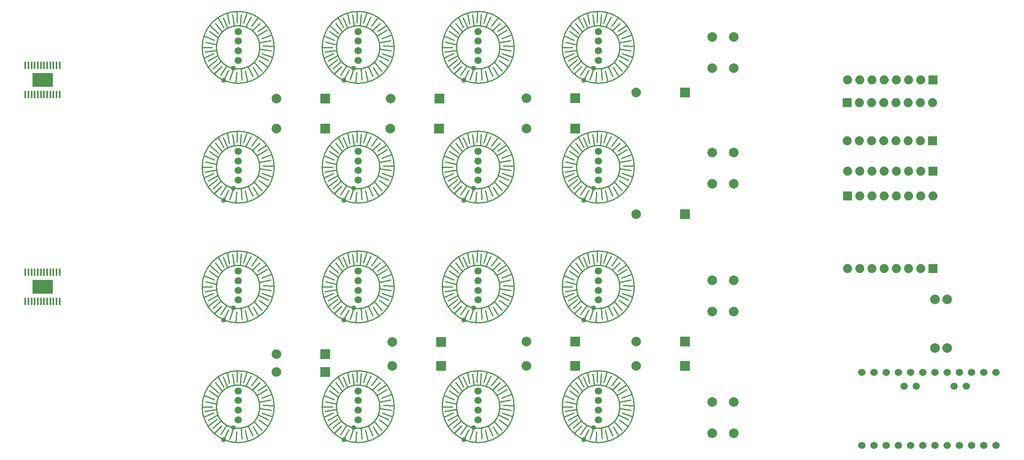
<source format=gtl>
G04 #@! TF.FileFunction,Copper,L1,Top,Signal*
%FSLAX46Y46*%
G04 Gerber Fmt 4.6, Leading zero omitted, Abs format (unit mm)*
G04 Created by KiCad (PCBNEW 4.0.4-stable) date 11/17/16 16:54:24*
%MOMM*%
%LPD*%
G01*
G04 APERTURE LIST*
%ADD10C,0.100000*%
%ADD11C,0.254000*%
%ADD12C,1.508000*%
%ADD13C,1.016000*%
%ADD14C,1.998980*%
%ADD15R,1.998980X1.998980*%
%ADD16R,1.879600X1.879600*%
%ADD17C,1.879600*%
%ADD18C,2.000000*%
%ADD19R,0.400000X1.650000*%
%ADD20R,4.320000X3.000000*%
%ADD21C,1.524000*%
%ADD22C,1.500000*%
G04 APERTURE END LIST*
D10*
D11*
X120760000Y-96090000D02*
X121520000Y-93720000D01*
X121990000Y-96770000D02*
X122130000Y-94480000D01*
X123250000Y-96060000D02*
X123100000Y-93760000D01*
X123970000Y-94190000D02*
X124480000Y-96470000D01*
X125520000Y-95310000D02*
X124580000Y-93310000D01*
X126780000Y-95420000D02*
X125630000Y-93470000D01*
X125840000Y-92350000D02*
X127420000Y-94220000D01*
X126870000Y-92060000D02*
X128720000Y-93400000D01*
X128810000Y-92040000D02*
X126750000Y-91050000D01*
X127450000Y-90590000D02*
X129630000Y-91350000D01*
X129340000Y-90010000D02*
X127010000Y-89660000D01*
X127710000Y-89010000D02*
X129940000Y-89080000D01*
X129260000Y-87860000D02*
X126910000Y-88320000D01*
X127380000Y-87450000D02*
X129430000Y-86670000D01*
X128480000Y-85670000D02*
X126340000Y-86920000D01*
X126560000Y-85930000D02*
X128340000Y-84730000D01*
X125400000Y-85840000D02*
X127020000Y-84290000D01*
X125280000Y-84860000D02*
X126580000Y-83110000D01*
X124070000Y-85070000D02*
X125120000Y-82940000D01*
X123620000Y-84250000D02*
X124300000Y-82130000D01*
X122930000Y-84790000D02*
X123090000Y-82430000D01*
X122230000Y-84130000D02*
X122260000Y-81840000D01*
X121640000Y-84830000D02*
X121320000Y-82490000D01*
X120680000Y-84410000D02*
X120260000Y-82170000D01*
X120320000Y-85270000D02*
X119350000Y-83100000D01*
X119450000Y-85160000D02*
X118360000Y-83130000D01*
X119230000Y-86110000D02*
X117800000Y-84290000D01*
X116580000Y-84770000D02*
X118360000Y-86330000D01*
X118400000Y-87300000D02*
X116490000Y-85960000D01*
X117480000Y-87800000D02*
X115460000Y-86960000D01*
X117990000Y-88740000D02*
X115710000Y-88200000D01*
X117130000Y-89300000D02*
X115010000Y-89300000D01*
X118020000Y-89880000D02*
X115550000Y-90290000D01*
X117320000Y-90620000D02*
X115350000Y-91480000D01*
X116220000Y-92150000D02*
X118200000Y-91040000D01*
X116260000Y-93340000D02*
X118140000Y-91890000D01*
X117260000Y-93740000D02*
X118980000Y-92180000D01*
X117490000Y-94820000D02*
X119000000Y-93300000D01*
X118840000Y-95070000D02*
X120070000Y-93210000D01*
X119470000Y-96140000D02*
X120500000Y-94080000D01*
X120760000Y-71090000D02*
X121520000Y-68720000D01*
X121990000Y-71770000D02*
X122130000Y-69480000D01*
X123250000Y-71060000D02*
X123100000Y-68760000D01*
X123970000Y-69190000D02*
X124480000Y-71470000D01*
X125520000Y-70310000D02*
X124580000Y-68310000D01*
X126780000Y-70420000D02*
X125630000Y-68470000D01*
X125840000Y-67350000D02*
X127420000Y-69220000D01*
X126870000Y-67060000D02*
X128720000Y-68400000D01*
X128810000Y-67040000D02*
X126750000Y-66050000D01*
X127450000Y-65590000D02*
X129630000Y-66350000D01*
X129340000Y-65010000D02*
X127010000Y-64660000D01*
X127710000Y-64010000D02*
X129940000Y-64080000D01*
X129260000Y-62860000D02*
X126910000Y-63320000D01*
X127380000Y-62450000D02*
X129430000Y-61670000D01*
X128480000Y-60670000D02*
X126340000Y-61920000D01*
X126560000Y-60930000D02*
X128340000Y-59730000D01*
X125400000Y-60840000D02*
X127020000Y-59290000D01*
X125280000Y-59860000D02*
X126580000Y-58110000D01*
X124070000Y-60070000D02*
X125120000Y-57940000D01*
X123620000Y-59250000D02*
X124300000Y-57130000D01*
X122930000Y-59790000D02*
X123090000Y-57430000D01*
X122230000Y-59130000D02*
X122260000Y-56840000D01*
X121640000Y-59830000D02*
X121320000Y-57490000D01*
X120680000Y-59410000D02*
X120260000Y-57170000D01*
X120320000Y-60270000D02*
X119350000Y-58100000D01*
X119450000Y-60160000D02*
X118360000Y-58130000D01*
X119230000Y-61110000D02*
X117800000Y-59290000D01*
X116580000Y-59770000D02*
X118360000Y-61330000D01*
X118400000Y-62300000D02*
X116490000Y-60960000D01*
X117480000Y-62800000D02*
X115460000Y-61960000D01*
X117990000Y-63740000D02*
X115710000Y-63200000D01*
X117130000Y-64300000D02*
X115010000Y-64300000D01*
X118020000Y-64880000D02*
X115550000Y-65290000D01*
X117320000Y-65620000D02*
X115350000Y-66480000D01*
X116220000Y-67150000D02*
X118200000Y-66040000D01*
X116260000Y-68340000D02*
X118140000Y-66890000D01*
X117260000Y-68740000D02*
X118980000Y-67180000D01*
X117490000Y-69820000D02*
X119000000Y-68300000D01*
X118840000Y-70070000D02*
X120070000Y-68210000D01*
X119470000Y-71140000D02*
X120500000Y-69080000D01*
X145760000Y-96090000D02*
X146520000Y-93720000D01*
X146990000Y-96770000D02*
X147130000Y-94480000D01*
X148250000Y-96060000D02*
X148100000Y-93760000D01*
X148970000Y-94190000D02*
X149480000Y-96470000D01*
X150520000Y-95310000D02*
X149580000Y-93310000D01*
X151780000Y-95420000D02*
X150630000Y-93470000D01*
X150840000Y-92350000D02*
X152420000Y-94220000D01*
X151870000Y-92060000D02*
X153720000Y-93400000D01*
X153810000Y-92040000D02*
X151750000Y-91050000D01*
X152450000Y-90590000D02*
X154630000Y-91350000D01*
X154340000Y-90010000D02*
X152010000Y-89660000D01*
X152710000Y-89010000D02*
X154940000Y-89080000D01*
X154260000Y-87860000D02*
X151910000Y-88320000D01*
X152380000Y-87450000D02*
X154430000Y-86670000D01*
X153480000Y-85670000D02*
X151340000Y-86920000D01*
X151560000Y-85930000D02*
X153340000Y-84730000D01*
X150400000Y-85840000D02*
X152020000Y-84290000D01*
X150280000Y-84860000D02*
X151580000Y-83110000D01*
X149070000Y-85070000D02*
X150120000Y-82940000D01*
X148620000Y-84250000D02*
X149300000Y-82130000D01*
X147930000Y-84790000D02*
X148090000Y-82430000D01*
X147230000Y-84130000D02*
X147260000Y-81840000D01*
X146640000Y-84830000D02*
X146320000Y-82490000D01*
X145680000Y-84410000D02*
X145260000Y-82170000D01*
X145320000Y-85270000D02*
X144350000Y-83100000D01*
X144450000Y-85160000D02*
X143360000Y-83130000D01*
X144230000Y-86110000D02*
X142800000Y-84290000D01*
X141580000Y-84770000D02*
X143360000Y-86330000D01*
X143400000Y-87300000D02*
X141490000Y-85960000D01*
X142480000Y-87800000D02*
X140460000Y-86960000D01*
X142990000Y-88740000D02*
X140710000Y-88200000D01*
X142130000Y-89300000D02*
X140010000Y-89300000D01*
X143020000Y-89880000D02*
X140550000Y-90290000D01*
X142320000Y-90620000D02*
X140350000Y-91480000D01*
X141220000Y-92150000D02*
X143200000Y-91040000D01*
X141260000Y-93340000D02*
X143140000Y-91890000D01*
X142260000Y-93740000D02*
X143980000Y-92180000D01*
X142490000Y-94820000D02*
X144000000Y-93300000D01*
X143840000Y-95070000D02*
X145070000Y-93210000D01*
X144470000Y-96140000D02*
X145500000Y-94080000D01*
X145760000Y-71090000D02*
X146520000Y-68720000D01*
X146990000Y-71770000D02*
X147130000Y-69480000D01*
X148250000Y-71060000D02*
X148100000Y-68760000D01*
X148970000Y-69190000D02*
X149480000Y-71470000D01*
X150520000Y-70310000D02*
X149580000Y-68310000D01*
X151780000Y-70420000D02*
X150630000Y-68470000D01*
X150840000Y-67350000D02*
X152420000Y-69220000D01*
X151870000Y-67060000D02*
X153720000Y-68400000D01*
X153810000Y-67040000D02*
X151750000Y-66050000D01*
X152450000Y-65590000D02*
X154630000Y-66350000D01*
X154340000Y-65010000D02*
X152010000Y-64660000D01*
X152710000Y-64010000D02*
X154940000Y-64080000D01*
X154260000Y-62860000D02*
X151910000Y-63320000D01*
X152380000Y-62450000D02*
X154430000Y-61670000D01*
X153480000Y-60670000D02*
X151340000Y-61920000D01*
X151560000Y-60930000D02*
X153340000Y-59730000D01*
X150400000Y-60840000D02*
X152020000Y-59290000D01*
X150280000Y-59860000D02*
X151580000Y-58110000D01*
X149070000Y-60070000D02*
X150120000Y-57940000D01*
X148620000Y-59250000D02*
X149300000Y-57130000D01*
X147930000Y-59790000D02*
X148090000Y-57430000D01*
X147230000Y-59130000D02*
X147260000Y-56840000D01*
X146640000Y-59830000D02*
X146320000Y-57490000D01*
X145680000Y-59410000D02*
X145260000Y-57170000D01*
X145320000Y-60270000D02*
X144350000Y-58100000D01*
X144450000Y-60160000D02*
X143360000Y-58130000D01*
X144230000Y-61110000D02*
X142800000Y-59290000D01*
X141580000Y-59770000D02*
X143360000Y-61330000D01*
X143400000Y-62300000D02*
X141490000Y-60960000D01*
X142480000Y-62800000D02*
X140460000Y-61960000D01*
X142990000Y-63740000D02*
X140710000Y-63200000D01*
X142130000Y-64300000D02*
X140010000Y-64300000D01*
X143020000Y-64880000D02*
X140550000Y-65290000D01*
X142320000Y-65620000D02*
X140350000Y-66480000D01*
X141220000Y-67150000D02*
X143200000Y-66040000D01*
X141260000Y-68340000D02*
X143140000Y-66890000D01*
X142260000Y-68740000D02*
X143980000Y-67180000D01*
X142490000Y-69820000D02*
X144000000Y-68300000D01*
X143840000Y-70070000D02*
X145070000Y-68210000D01*
X144470000Y-71140000D02*
X145500000Y-69080000D01*
X130000000Y-89300000D02*
G75*
G03X130000000Y-89300000I-7500000J0D01*
G01*
X126990000Y-89290000D02*
G75*
G03X126990000Y-89290000I-4500000J0D01*
G01*
X127000600Y-89300000D02*
G75*
G03X127000600Y-89300000I-4510600J0D01*
G01*
X129999800Y-89300000D02*
G75*
G03X129999800Y-89300000I-7499800J0D01*
G01*
X130000000Y-64300000D02*
G75*
G03X130000000Y-64300000I-7500000J0D01*
G01*
X126990000Y-64290000D02*
G75*
G03X126990000Y-64290000I-4500000J0D01*
G01*
X127000600Y-64300000D02*
G75*
G03X127000600Y-64300000I-4510600J0D01*
G01*
X129999800Y-64300000D02*
G75*
G03X129999800Y-64300000I-7499800J0D01*
G01*
X155000000Y-89300000D02*
G75*
G03X155000000Y-89300000I-7500000J0D01*
G01*
X151990000Y-89290000D02*
G75*
G03X151990000Y-89290000I-4500000J0D01*
G01*
X152000600Y-89300000D02*
G75*
G03X152000600Y-89300000I-4510600J0D01*
G01*
X154999800Y-89300000D02*
G75*
G03X154999800Y-89300000I-7499800J0D01*
G01*
X155000000Y-64300000D02*
G75*
G03X155000000Y-64300000I-7500000J0D01*
G01*
X151990000Y-64290000D02*
G75*
G03X151990000Y-64290000I-4500000J0D01*
G01*
X152000600Y-64300000D02*
G75*
G03X152000600Y-64300000I-4510600J0D01*
G01*
X154999800Y-64300000D02*
G75*
G03X154999800Y-64300000I-7499800J0D01*
G01*
X70760000Y-146090000D02*
X71520000Y-143720000D01*
X71990000Y-146770000D02*
X72130000Y-144480000D01*
X73250000Y-146060000D02*
X73100000Y-143760000D01*
X73970000Y-144190000D02*
X74480000Y-146470000D01*
X75520000Y-145310000D02*
X74580000Y-143310000D01*
X76780000Y-145420000D02*
X75630000Y-143470000D01*
X75840000Y-142350000D02*
X77420000Y-144220000D01*
X76870000Y-142060000D02*
X78720000Y-143400000D01*
X78810000Y-142040000D02*
X76750000Y-141050000D01*
X77450000Y-140590000D02*
X79630000Y-141350000D01*
X79340000Y-140010000D02*
X77010000Y-139660000D01*
X77710000Y-139010000D02*
X79940000Y-139080000D01*
X79260000Y-137860000D02*
X76910000Y-138320000D01*
X77380000Y-137450000D02*
X79430000Y-136670000D01*
X78480000Y-135670000D02*
X76340000Y-136920000D01*
X76560000Y-135930000D02*
X78340000Y-134730000D01*
X75400000Y-135840000D02*
X77020000Y-134290000D01*
X75280000Y-134860000D02*
X76580000Y-133110000D01*
X74070000Y-135070000D02*
X75120000Y-132940000D01*
X73620000Y-134250000D02*
X74300000Y-132130000D01*
X72930000Y-134790000D02*
X73090000Y-132430000D01*
X72230000Y-134130000D02*
X72260000Y-131840000D01*
X71640000Y-134830000D02*
X71320000Y-132490000D01*
X70680000Y-134410000D02*
X70260000Y-132170000D01*
X70320000Y-135270000D02*
X69350000Y-133100000D01*
X69450000Y-135160000D02*
X68360000Y-133130000D01*
X69230000Y-136110000D02*
X67800000Y-134290000D01*
X66580000Y-134770000D02*
X68360000Y-136330000D01*
X68400000Y-137300000D02*
X66490000Y-135960000D01*
X67480000Y-137800000D02*
X65460000Y-136960000D01*
X67990000Y-138740000D02*
X65710000Y-138200000D01*
X67130000Y-139300000D02*
X65010000Y-139300000D01*
X68020000Y-139880000D02*
X65550000Y-140290000D01*
X67320000Y-140620000D02*
X65350000Y-141480000D01*
X66220000Y-142150000D02*
X68200000Y-141040000D01*
X66260000Y-143340000D02*
X68140000Y-141890000D01*
X67260000Y-143740000D02*
X68980000Y-142180000D01*
X67490000Y-144820000D02*
X69000000Y-143300000D01*
X68840000Y-145070000D02*
X70070000Y-143210000D01*
X69470000Y-146140000D02*
X70500000Y-144080000D01*
X70760000Y-121090000D02*
X71520000Y-118720000D01*
X71990000Y-121770000D02*
X72130000Y-119480000D01*
X73250000Y-121060000D02*
X73100000Y-118760000D01*
X73970000Y-119190000D02*
X74480000Y-121470000D01*
X75520000Y-120310000D02*
X74580000Y-118310000D01*
X76780000Y-120420000D02*
X75630000Y-118470000D01*
X75840000Y-117350000D02*
X77420000Y-119220000D01*
X76870000Y-117060000D02*
X78720000Y-118400000D01*
X78810000Y-117040000D02*
X76750000Y-116050000D01*
X77450000Y-115590000D02*
X79630000Y-116350000D01*
X79340000Y-115010000D02*
X77010000Y-114660000D01*
X77710000Y-114010000D02*
X79940000Y-114080000D01*
X79260000Y-112860000D02*
X76910000Y-113320000D01*
X77380000Y-112450000D02*
X79430000Y-111670000D01*
X78480000Y-110670000D02*
X76340000Y-111920000D01*
X76560000Y-110930000D02*
X78340000Y-109730000D01*
X75400000Y-110840000D02*
X77020000Y-109290000D01*
X75280000Y-109860000D02*
X76580000Y-108110000D01*
X74070000Y-110070000D02*
X75120000Y-107940000D01*
X73620000Y-109250000D02*
X74300000Y-107130000D01*
X72930000Y-109790000D02*
X73090000Y-107430000D01*
X72230000Y-109130000D02*
X72260000Y-106840000D01*
X71640000Y-109830000D02*
X71320000Y-107490000D01*
X70680000Y-109410000D02*
X70260000Y-107170000D01*
X70320000Y-110270000D02*
X69350000Y-108100000D01*
X69450000Y-110160000D02*
X68360000Y-108130000D01*
X69230000Y-111110000D02*
X67800000Y-109290000D01*
X66580000Y-109770000D02*
X68360000Y-111330000D01*
X68400000Y-112300000D02*
X66490000Y-110960000D01*
X67480000Y-112800000D02*
X65460000Y-111960000D01*
X67990000Y-113740000D02*
X65710000Y-113200000D01*
X67130000Y-114300000D02*
X65010000Y-114300000D01*
X68020000Y-114880000D02*
X65550000Y-115290000D01*
X67320000Y-115620000D02*
X65350000Y-116480000D01*
X66220000Y-117150000D02*
X68200000Y-116040000D01*
X66260000Y-118340000D02*
X68140000Y-116890000D01*
X67260000Y-118740000D02*
X68980000Y-117180000D01*
X67490000Y-119820000D02*
X69000000Y-118300000D01*
X68840000Y-120070000D02*
X70070000Y-118210000D01*
X69470000Y-121140000D02*
X70500000Y-119080000D01*
X95760000Y-146090000D02*
X96520000Y-143720000D01*
X96990000Y-146770000D02*
X97130000Y-144480000D01*
X98250000Y-146060000D02*
X98100000Y-143760000D01*
X98970000Y-144190000D02*
X99480000Y-146470000D01*
X100520000Y-145310000D02*
X99580000Y-143310000D01*
X101780000Y-145420000D02*
X100630000Y-143470000D01*
X100840000Y-142350000D02*
X102420000Y-144220000D01*
X101870000Y-142060000D02*
X103720000Y-143400000D01*
X103810000Y-142040000D02*
X101750000Y-141050000D01*
X102450000Y-140590000D02*
X104630000Y-141350000D01*
X104340000Y-140010000D02*
X102010000Y-139660000D01*
X102710000Y-139010000D02*
X104940000Y-139080000D01*
X104260000Y-137860000D02*
X101910000Y-138320000D01*
X102380000Y-137450000D02*
X104430000Y-136670000D01*
X103480000Y-135670000D02*
X101340000Y-136920000D01*
X101560000Y-135930000D02*
X103340000Y-134730000D01*
X100400000Y-135840000D02*
X102020000Y-134290000D01*
X100280000Y-134860000D02*
X101580000Y-133110000D01*
X99070000Y-135070000D02*
X100120000Y-132940000D01*
X98620000Y-134250000D02*
X99300000Y-132130000D01*
X97930000Y-134790000D02*
X98090000Y-132430000D01*
X97230000Y-134130000D02*
X97260000Y-131840000D01*
X96640000Y-134830000D02*
X96320000Y-132490000D01*
X95680000Y-134410000D02*
X95260000Y-132170000D01*
X95320000Y-135270000D02*
X94350000Y-133100000D01*
X94450000Y-135160000D02*
X93360000Y-133130000D01*
X94230000Y-136110000D02*
X92800000Y-134290000D01*
X91580000Y-134770000D02*
X93360000Y-136330000D01*
X93400000Y-137300000D02*
X91490000Y-135960000D01*
X92480000Y-137800000D02*
X90460000Y-136960000D01*
X92990000Y-138740000D02*
X90710000Y-138200000D01*
X92130000Y-139300000D02*
X90010000Y-139300000D01*
X93020000Y-139880000D02*
X90550000Y-140290000D01*
X92320000Y-140620000D02*
X90350000Y-141480000D01*
X91220000Y-142150000D02*
X93200000Y-141040000D01*
X91260000Y-143340000D02*
X93140000Y-141890000D01*
X92260000Y-143740000D02*
X93980000Y-142180000D01*
X92490000Y-144820000D02*
X94000000Y-143300000D01*
X93840000Y-145070000D02*
X95070000Y-143210000D01*
X94470000Y-146140000D02*
X95500000Y-144080000D01*
X95760000Y-121090000D02*
X96520000Y-118720000D01*
X96990000Y-121770000D02*
X97130000Y-119480000D01*
X98250000Y-121060000D02*
X98100000Y-118760000D01*
X98970000Y-119190000D02*
X99480000Y-121470000D01*
X100520000Y-120310000D02*
X99580000Y-118310000D01*
X101780000Y-120420000D02*
X100630000Y-118470000D01*
X100840000Y-117350000D02*
X102420000Y-119220000D01*
X101870000Y-117060000D02*
X103720000Y-118400000D01*
X103810000Y-117040000D02*
X101750000Y-116050000D01*
X102450000Y-115590000D02*
X104630000Y-116350000D01*
X104340000Y-115010000D02*
X102010000Y-114660000D01*
X102710000Y-114010000D02*
X104940000Y-114080000D01*
X104260000Y-112860000D02*
X101910000Y-113320000D01*
X102380000Y-112450000D02*
X104430000Y-111670000D01*
X103480000Y-110670000D02*
X101340000Y-111920000D01*
X101560000Y-110930000D02*
X103340000Y-109730000D01*
X100400000Y-110840000D02*
X102020000Y-109290000D01*
X100280000Y-109860000D02*
X101580000Y-108110000D01*
X99070000Y-110070000D02*
X100120000Y-107940000D01*
X98620000Y-109250000D02*
X99300000Y-107130000D01*
X97930000Y-109790000D02*
X98090000Y-107430000D01*
X97230000Y-109130000D02*
X97260000Y-106840000D01*
X96640000Y-109830000D02*
X96320000Y-107490000D01*
X95680000Y-109410000D02*
X95260000Y-107170000D01*
X95320000Y-110270000D02*
X94350000Y-108100000D01*
X94450000Y-110160000D02*
X93360000Y-108130000D01*
X94230000Y-111110000D02*
X92800000Y-109290000D01*
X91580000Y-109770000D02*
X93360000Y-111330000D01*
X93400000Y-112300000D02*
X91490000Y-110960000D01*
X92480000Y-112800000D02*
X90460000Y-111960000D01*
X92990000Y-113740000D02*
X90710000Y-113200000D01*
X92130000Y-114300000D02*
X90010000Y-114300000D01*
X93020000Y-114880000D02*
X90550000Y-115290000D01*
X92320000Y-115620000D02*
X90350000Y-116480000D01*
X91220000Y-117150000D02*
X93200000Y-116040000D01*
X91260000Y-118340000D02*
X93140000Y-116890000D01*
X92260000Y-118740000D02*
X93980000Y-117180000D01*
X92490000Y-119820000D02*
X94000000Y-118300000D01*
X93840000Y-120070000D02*
X95070000Y-118210000D01*
X94470000Y-121140000D02*
X95500000Y-119080000D01*
X80000000Y-139300000D02*
G75*
G03X80000000Y-139300000I-7500000J0D01*
G01*
X76990000Y-139290000D02*
G75*
G03X76990000Y-139290000I-4500000J0D01*
G01*
X77000600Y-139300000D02*
G75*
G03X77000600Y-139300000I-4510600J0D01*
G01*
X79999800Y-139300000D02*
G75*
G03X79999800Y-139300000I-7499800J0D01*
G01*
X80000000Y-114300000D02*
G75*
G03X80000000Y-114300000I-7500000J0D01*
G01*
X76990000Y-114290000D02*
G75*
G03X76990000Y-114290000I-4500000J0D01*
G01*
X77000600Y-114300000D02*
G75*
G03X77000600Y-114300000I-4510600J0D01*
G01*
X79999800Y-114300000D02*
G75*
G03X79999800Y-114300000I-7499800J0D01*
G01*
X105000000Y-139300000D02*
G75*
G03X105000000Y-139300000I-7500000J0D01*
G01*
X101990000Y-139290000D02*
G75*
G03X101990000Y-139290000I-4500000J0D01*
G01*
X102000600Y-139300000D02*
G75*
G03X102000600Y-139300000I-4510600J0D01*
G01*
X104999800Y-139300000D02*
G75*
G03X104999800Y-139300000I-7499800J0D01*
G01*
X105000000Y-114300000D02*
G75*
G03X105000000Y-114300000I-7500000J0D01*
G01*
X101990000Y-114290000D02*
G75*
G03X101990000Y-114290000I-4500000J0D01*
G01*
X102000600Y-114300000D02*
G75*
G03X102000600Y-114300000I-4510600J0D01*
G01*
X104999800Y-114300000D02*
G75*
G03X104999800Y-114300000I-7499800J0D01*
G01*
X70760000Y-96090000D02*
X71520000Y-93720000D01*
X71990000Y-96770000D02*
X72130000Y-94480000D01*
X73250000Y-96060000D02*
X73100000Y-93760000D01*
X73970000Y-94190000D02*
X74480000Y-96470000D01*
X75520000Y-95310000D02*
X74580000Y-93310000D01*
X76780000Y-95420000D02*
X75630000Y-93470000D01*
X75840000Y-92350000D02*
X77420000Y-94220000D01*
X76870000Y-92060000D02*
X78720000Y-93400000D01*
X78810000Y-92040000D02*
X76750000Y-91050000D01*
X77450000Y-90590000D02*
X79630000Y-91350000D01*
X79340000Y-90010000D02*
X77010000Y-89660000D01*
X77710000Y-89010000D02*
X79940000Y-89080000D01*
X79260000Y-87860000D02*
X76910000Y-88320000D01*
X77380000Y-87450000D02*
X79430000Y-86670000D01*
X78480000Y-85670000D02*
X76340000Y-86920000D01*
X76560000Y-85930000D02*
X78340000Y-84730000D01*
X75400000Y-85840000D02*
X77020000Y-84290000D01*
X75280000Y-84860000D02*
X76580000Y-83110000D01*
X74070000Y-85070000D02*
X75120000Y-82940000D01*
X73620000Y-84250000D02*
X74300000Y-82130000D01*
X72930000Y-84790000D02*
X73090000Y-82430000D01*
X72230000Y-84130000D02*
X72260000Y-81840000D01*
X71640000Y-84830000D02*
X71320000Y-82490000D01*
X70680000Y-84410000D02*
X70260000Y-82170000D01*
X70320000Y-85270000D02*
X69350000Y-83100000D01*
X69450000Y-85160000D02*
X68360000Y-83130000D01*
X69230000Y-86110000D02*
X67800000Y-84290000D01*
X66580000Y-84770000D02*
X68360000Y-86330000D01*
X68400000Y-87300000D02*
X66490000Y-85960000D01*
X67480000Y-87800000D02*
X65460000Y-86960000D01*
X67990000Y-88740000D02*
X65710000Y-88200000D01*
X67130000Y-89300000D02*
X65010000Y-89300000D01*
X68020000Y-89880000D02*
X65550000Y-90290000D01*
X67320000Y-90620000D02*
X65350000Y-91480000D01*
X66220000Y-92150000D02*
X68200000Y-91040000D01*
X66260000Y-93340000D02*
X68140000Y-91890000D01*
X67260000Y-93740000D02*
X68980000Y-92180000D01*
X67490000Y-94820000D02*
X69000000Y-93300000D01*
X68840000Y-95070000D02*
X70070000Y-93210000D01*
X69470000Y-96140000D02*
X70500000Y-94080000D01*
X70760000Y-71090000D02*
X71520000Y-68720000D01*
X71990000Y-71770000D02*
X72130000Y-69480000D01*
X73250000Y-71060000D02*
X73100000Y-68760000D01*
X73970000Y-69190000D02*
X74480000Y-71470000D01*
X75520000Y-70310000D02*
X74580000Y-68310000D01*
X76780000Y-70420000D02*
X75630000Y-68470000D01*
X75840000Y-67350000D02*
X77420000Y-69220000D01*
X76870000Y-67060000D02*
X78720000Y-68400000D01*
X78810000Y-67040000D02*
X76750000Y-66050000D01*
X77450000Y-65590000D02*
X79630000Y-66350000D01*
X79340000Y-65010000D02*
X77010000Y-64660000D01*
X77710000Y-64010000D02*
X79940000Y-64080000D01*
X79260000Y-62860000D02*
X76910000Y-63320000D01*
X77380000Y-62450000D02*
X79430000Y-61670000D01*
X78480000Y-60670000D02*
X76340000Y-61920000D01*
X76560000Y-60930000D02*
X78340000Y-59730000D01*
X75400000Y-60840000D02*
X77020000Y-59290000D01*
X75280000Y-59860000D02*
X76580000Y-58110000D01*
X74070000Y-60070000D02*
X75120000Y-57940000D01*
X73620000Y-59250000D02*
X74300000Y-57130000D01*
X72930000Y-59790000D02*
X73090000Y-57430000D01*
X72230000Y-59130000D02*
X72260000Y-56840000D01*
X71640000Y-59830000D02*
X71320000Y-57490000D01*
X70680000Y-59410000D02*
X70260000Y-57170000D01*
X70320000Y-60270000D02*
X69350000Y-58100000D01*
X69450000Y-60160000D02*
X68360000Y-58130000D01*
X69230000Y-61110000D02*
X67800000Y-59290000D01*
X66580000Y-59770000D02*
X68360000Y-61330000D01*
X68400000Y-62300000D02*
X66490000Y-60960000D01*
X67480000Y-62800000D02*
X65460000Y-61960000D01*
X67990000Y-63740000D02*
X65710000Y-63200000D01*
X67130000Y-64300000D02*
X65010000Y-64300000D01*
X68020000Y-64880000D02*
X65550000Y-65290000D01*
X67320000Y-65620000D02*
X65350000Y-66480000D01*
X66220000Y-67150000D02*
X68200000Y-66040000D01*
X66260000Y-68340000D02*
X68140000Y-66890000D01*
X67260000Y-68740000D02*
X68980000Y-67180000D01*
X67490000Y-69820000D02*
X69000000Y-68300000D01*
X68840000Y-70070000D02*
X70070000Y-68210000D01*
X69470000Y-71140000D02*
X70500000Y-69080000D01*
X95760000Y-96090000D02*
X96520000Y-93720000D01*
X96990000Y-96770000D02*
X97130000Y-94480000D01*
X98250000Y-96060000D02*
X98100000Y-93760000D01*
X98970000Y-94190000D02*
X99480000Y-96470000D01*
X100520000Y-95310000D02*
X99580000Y-93310000D01*
X101780000Y-95420000D02*
X100630000Y-93470000D01*
X100840000Y-92350000D02*
X102420000Y-94220000D01*
X101870000Y-92060000D02*
X103720000Y-93400000D01*
X103810000Y-92040000D02*
X101750000Y-91050000D01*
X102450000Y-90590000D02*
X104630000Y-91350000D01*
X104340000Y-90010000D02*
X102010000Y-89660000D01*
X102710000Y-89010000D02*
X104940000Y-89080000D01*
X104260000Y-87860000D02*
X101910000Y-88320000D01*
X102380000Y-87450000D02*
X104430000Y-86670000D01*
X103480000Y-85670000D02*
X101340000Y-86920000D01*
X101560000Y-85930000D02*
X103340000Y-84730000D01*
X100400000Y-85840000D02*
X102020000Y-84290000D01*
X100280000Y-84860000D02*
X101580000Y-83110000D01*
X99070000Y-85070000D02*
X100120000Y-82940000D01*
X98620000Y-84250000D02*
X99300000Y-82130000D01*
X97930000Y-84790000D02*
X98090000Y-82430000D01*
X97230000Y-84130000D02*
X97260000Y-81840000D01*
X96640000Y-84830000D02*
X96320000Y-82490000D01*
X95680000Y-84410000D02*
X95260000Y-82170000D01*
X95320000Y-85270000D02*
X94350000Y-83100000D01*
X94450000Y-85160000D02*
X93360000Y-83130000D01*
X94230000Y-86110000D02*
X92800000Y-84290000D01*
X91580000Y-84770000D02*
X93360000Y-86330000D01*
X93400000Y-87300000D02*
X91490000Y-85960000D01*
X92480000Y-87800000D02*
X90460000Y-86960000D01*
X92990000Y-88740000D02*
X90710000Y-88200000D01*
X92130000Y-89300000D02*
X90010000Y-89300000D01*
X93020000Y-89880000D02*
X90550000Y-90290000D01*
X92320000Y-90620000D02*
X90350000Y-91480000D01*
X91220000Y-92150000D02*
X93200000Y-91040000D01*
X91260000Y-93340000D02*
X93140000Y-91890000D01*
X92260000Y-93740000D02*
X93980000Y-92180000D01*
X92490000Y-94820000D02*
X94000000Y-93300000D01*
X93840000Y-95070000D02*
X95070000Y-93210000D01*
X94470000Y-96140000D02*
X95500000Y-94080000D01*
X95760000Y-71090000D02*
X96520000Y-68720000D01*
X96990000Y-71770000D02*
X97130000Y-69480000D01*
X98250000Y-71060000D02*
X98100000Y-68760000D01*
X98970000Y-69190000D02*
X99480000Y-71470000D01*
X100520000Y-70310000D02*
X99580000Y-68310000D01*
X101780000Y-70420000D02*
X100630000Y-68470000D01*
X100840000Y-67350000D02*
X102420000Y-69220000D01*
X101870000Y-67060000D02*
X103720000Y-68400000D01*
X103810000Y-67040000D02*
X101750000Y-66050000D01*
X102450000Y-65590000D02*
X104630000Y-66350000D01*
X104340000Y-65010000D02*
X102010000Y-64660000D01*
X102710000Y-64010000D02*
X104940000Y-64080000D01*
X104260000Y-62860000D02*
X101910000Y-63320000D01*
X102380000Y-62450000D02*
X104430000Y-61670000D01*
X103480000Y-60670000D02*
X101340000Y-61920000D01*
X101560000Y-60930000D02*
X103340000Y-59730000D01*
X100400000Y-60840000D02*
X102020000Y-59290000D01*
X100280000Y-59860000D02*
X101580000Y-58110000D01*
X99070000Y-60070000D02*
X100120000Y-57940000D01*
X98620000Y-59250000D02*
X99300000Y-57130000D01*
X97930000Y-59790000D02*
X98090000Y-57430000D01*
X97230000Y-59130000D02*
X97260000Y-56840000D01*
X96640000Y-59830000D02*
X96320000Y-57490000D01*
X95680000Y-59410000D02*
X95260000Y-57170000D01*
X95320000Y-60270000D02*
X94350000Y-58100000D01*
X94450000Y-60160000D02*
X93360000Y-58130000D01*
X94230000Y-61110000D02*
X92800000Y-59290000D01*
X91580000Y-59770000D02*
X93360000Y-61330000D01*
X93400000Y-62300000D02*
X91490000Y-60960000D01*
X92480000Y-62800000D02*
X90460000Y-61960000D01*
X92990000Y-63740000D02*
X90710000Y-63200000D01*
X92130000Y-64300000D02*
X90010000Y-64300000D01*
X93020000Y-64880000D02*
X90550000Y-65290000D01*
X92320000Y-65620000D02*
X90350000Y-66480000D01*
X91220000Y-67150000D02*
X93200000Y-66040000D01*
X91260000Y-68340000D02*
X93140000Y-66890000D01*
X92260000Y-68740000D02*
X93980000Y-67180000D01*
X92490000Y-69820000D02*
X94000000Y-68300000D01*
X93840000Y-70070000D02*
X95070000Y-68210000D01*
X94470000Y-71140000D02*
X95500000Y-69080000D01*
X80000000Y-89300000D02*
G75*
G03X80000000Y-89300000I-7500000J0D01*
G01*
X76990000Y-89290000D02*
G75*
G03X76990000Y-89290000I-4500000J0D01*
G01*
X77000600Y-89300000D02*
G75*
G03X77000600Y-89300000I-4510600J0D01*
G01*
X79999800Y-89300000D02*
G75*
G03X79999800Y-89300000I-7499800J0D01*
G01*
X80000000Y-64300000D02*
G75*
G03X80000000Y-64300000I-7500000J0D01*
G01*
X76990000Y-64290000D02*
G75*
G03X76990000Y-64290000I-4500000J0D01*
G01*
X77000600Y-64300000D02*
G75*
G03X77000600Y-64300000I-4510600J0D01*
G01*
X79999800Y-64300000D02*
G75*
G03X79999800Y-64300000I-7499800J0D01*
G01*
X105000000Y-89300000D02*
G75*
G03X105000000Y-89300000I-7500000J0D01*
G01*
X101990000Y-89290000D02*
G75*
G03X101990000Y-89290000I-4500000J0D01*
G01*
X102000600Y-89300000D02*
G75*
G03X102000600Y-89300000I-4510600J0D01*
G01*
X104999800Y-89300000D02*
G75*
G03X104999800Y-89300000I-7499800J0D01*
G01*
X105000000Y-64300000D02*
G75*
G03X105000000Y-64300000I-7500000J0D01*
G01*
X101990000Y-64290000D02*
G75*
G03X101990000Y-64290000I-4500000J0D01*
G01*
X102000600Y-64300000D02*
G75*
G03X102000600Y-64300000I-4510600J0D01*
G01*
X104999800Y-64300000D02*
G75*
G03X104999800Y-64300000I-7499800J0D01*
G01*
X120760000Y-146090000D02*
X121520000Y-143720000D01*
X121990000Y-146770000D02*
X122130000Y-144480000D01*
X123250000Y-146060000D02*
X123100000Y-143760000D01*
X123970000Y-144190000D02*
X124480000Y-146470000D01*
X125520000Y-145310000D02*
X124580000Y-143310000D01*
X126780000Y-145420000D02*
X125630000Y-143470000D01*
X125840000Y-142350000D02*
X127420000Y-144220000D01*
X126870000Y-142060000D02*
X128720000Y-143400000D01*
X128810000Y-142040000D02*
X126750000Y-141050000D01*
X127450000Y-140590000D02*
X129630000Y-141350000D01*
X129340000Y-140010000D02*
X127010000Y-139660000D01*
X127710000Y-139010000D02*
X129940000Y-139080000D01*
X129260000Y-137860000D02*
X126910000Y-138320000D01*
X127380000Y-137450000D02*
X129430000Y-136670000D01*
X128480000Y-135670000D02*
X126340000Y-136920000D01*
X126560000Y-135930000D02*
X128340000Y-134730000D01*
X125400000Y-135840000D02*
X127020000Y-134290000D01*
X125280000Y-134860000D02*
X126580000Y-133110000D01*
X124070000Y-135070000D02*
X125120000Y-132940000D01*
X123620000Y-134250000D02*
X124300000Y-132130000D01*
X122930000Y-134790000D02*
X123090000Y-132430000D01*
X122230000Y-134130000D02*
X122260000Y-131840000D01*
X121640000Y-134830000D02*
X121320000Y-132490000D01*
X120680000Y-134410000D02*
X120260000Y-132170000D01*
X120320000Y-135270000D02*
X119350000Y-133100000D01*
X119450000Y-135160000D02*
X118360000Y-133130000D01*
X119230000Y-136110000D02*
X117800000Y-134290000D01*
X116580000Y-134770000D02*
X118360000Y-136330000D01*
X118400000Y-137300000D02*
X116490000Y-135960000D01*
X117480000Y-137800000D02*
X115460000Y-136960000D01*
X117990000Y-138740000D02*
X115710000Y-138200000D01*
X117130000Y-139300000D02*
X115010000Y-139300000D01*
X118020000Y-139880000D02*
X115550000Y-140290000D01*
X117320000Y-140620000D02*
X115350000Y-141480000D01*
X116220000Y-142150000D02*
X118200000Y-141040000D01*
X116260000Y-143340000D02*
X118140000Y-141890000D01*
X117260000Y-143740000D02*
X118980000Y-142180000D01*
X117490000Y-144820000D02*
X119000000Y-143300000D01*
X118840000Y-145070000D02*
X120070000Y-143210000D01*
X119470000Y-146140000D02*
X120500000Y-144080000D01*
X120760000Y-121090000D02*
X121520000Y-118720000D01*
X121990000Y-121770000D02*
X122130000Y-119480000D01*
X123250000Y-121060000D02*
X123100000Y-118760000D01*
X123970000Y-119190000D02*
X124480000Y-121470000D01*
X125520000Y-120310000D02*
X124580000Y-118310000D01*
X126780000Y-120420000D02*
X125630000Y-118470000D01*
X125840000Y-117350000D02*
X127420000Y-119220000D01*
X126870000Y-117060000D02*
X128720000Y-118400000D01*
X128810000Y-117040000D02*
X126750000Y-116050000D01*
X127450000Y-115590000D02*
X129630000Y-116350000D01*
X129340000Y-115010000D02*
X127010000Y-114660000D01*
X127710000Y-114010000D02*
X129940000Y-114080000D01*
X129260000Y-112860000D02*
X126910000Y-113320000D01*
X127380000Y-112450000D02*
X129430000Y-111670000D01*
X128480000Y-110670000D02*
X126340000Y-111920000D01*
X126560000Y-110930000D02*
X128340000Y-109730000D01*
X125400000Y-110840000D02*
X127020000Y-109290000D01*
X125280000Y-109860000D02*
X126580000Y-108110000D01*
X124070000Y-110070000D02*
X125120000Y-107940000D01*
X123620000Y-109250000D02*
X124300000Y-107130000D01*
X122930000Y-109790000D02*
X123090000Y-107430000D01*
X122230000Y-109130000D02*
X122260000Y-106840000D01*
X121640000Y-109830000D02*
X121320000Y-107490000D01*
X120680000Y-109410000D02*
X120260000Y-107170000D01*
X120320000Y-110270000D02*
X119350000Y-108100000D01*
X119450000Y-110160000D02*
X118360000Y-108130000D01*
X119230000Y-111110000D02*
X117800000Y-109290000D01*
X116580000Y-109770000D02*
X118360000Y-111330000D01*
X118400000Y-112300000D02*
X116490000Y-110960000D01*
X117480000Y-112800000D02*
X115460000Y-111960000D01*
X117990000Y-113740000D02*
X115710000Y-113200000D01*
X117130000Y-114300000D02*
X115010000Y-114300000D01*
X118020000Y-114880000D02*
X115550000Y-115290000D01*
X117320000Y-115620000D02*
X115350000Y-116480000D01*
X116220000Y-117150000D02*
X118200000Y-116040000D01*
X116260000Y-118340000D02*
X118140000Y-116890000D01*
X117260000Y-118740000D02*
X118980000Y-117180000D01*
X117490000Y-119820000D02*
X119000000Y-118300000D01*
X118840000Y-120070000D02*
X120070000Y-118210000D01*
X119470000Y-121140000D02*
X120500000Y-119080000D01*
X145760000Y-146090000D02*
X146520000Y-143720000D01*
X146990000Y-146770000D02*
X147130000Y-144480000D01*
X148250000Y-146060000D02*
X148100000Y-143760000D01*
X148970000Y-144190000D02*
X149480000Y-146470000D01*
X150520000Y-145310000D02*
X149580000Y-143310000D01*
X151780000Y-145420000D02*
X150630000Y-143470000D01*
X150840000Y-142350000D02*
X152420000Y-144220000D01*
X151870000Y-142060000D02*
X153720000Y-143400000D01*
X153810000Y-142040000D02*
X151750000Y-141050000D01*
X152450000Y-140590000D02*
X154630000Y-141350000D01*
X154340000Y-140010000D02*
X152010000Y-139660000D01*
X152710000Y-139010000D02*
X154940000Y-139080000D01*
X154260000Y-137860000D02*
X151910000Y-138320000D01*
X152380000Y-137450000D02*
X154430000Y-136670000D01*
X153480000Y-135670000D02*
X151340000Y-136920000D01*
X151560000Y-135930000D02*
X153340000Y-134730000D01*
X150400000Y-135840000D02*
X152020000Y-134290000D01*
X150280000Y-134860000D02*
X151580000Y-133110000D01*
X149070000Y-135070000D02*
X150120000Y-132940000D01*
X148620000Y-134250000D02*
X149300000Y-132130000D01*
X147930000Y-134790000D02*
X148090000Y-132430000D01*
X147230000Y-134130000D02*
X147260000Y-131840000D01*
X146640000Y-134830000D02*
X146320000Y-132490000D01*
X145680000Y-134410000D02*
X145260000Y-132170000D01*
X145320000Y-135270000D02*
X144350000Y-133100000D01*
X144450000Y-135160000D02*
X143360000Y-133130000D01*
X144230000Y-136110000D02*
X142800000Y-134290000D01*
X141580000Y-134770000D02*
X143360000Y-136330000D01*
X143400000Y-137300000D02*
X141490000Y-135960000D01*
X142480000Y-137800000D02*
X140460000Y-136960000D01*
X142990000Y-138740000D02*
X140710000Y-138200000D01*
X142130000Y-139300000D02*
X140010000Y-139300000D01*
X143020000Y-139880000D02*
X140550000Y-140290000D01*
X142320000Y-140620000D02*
X140350000Y-141480000D01*
X141220000Y-142150000D02*
X143200000Y-141040000D01*
X141260000Y-143340000D02*
X143140000Y-141890000D01*
X142260000Y-143740000D02*
X143980000Y-142180000D01*
X142490000Y-144820000D02*
X144000000Y-143300000D01*
X143840000Y-145070000D02*
X145070000Y-143210000D01*
X144470000Y-146140000D02*
X145500000Y-144080000D01*
X145760000Y-121090000D02*
X146520000Y-118720000D01*
X146990000Y-121770000D02*
X147130000Y-119480000D01*
X148250000Y-121060000D02*
X148100000Y-118760000D01*
X148970000Y-119190000D02*
X149480000Y-121470000D01*
X150520000Y-120310000D02*
X149580000Y-118310000D01*
X151780000Y-120420000D02*
X150630000Y-118470000D01*
X150840000Y-117350000D02*
X152420000Y-119220000D01*
X151870000Y-117060000D02*
X153720000Y-118400000D01*
X153810000Y-117040000D02*
X151750000Y-116050000D01*
X152450000Y-115590000D02*
X154630000Y-116350000D01*
X154340000Y-115010000D02*
X152010000Y-114660000D01*
X152710000Y-114010000D02*
X154940000Y-114080000D01*
X154260000Y-112860000D02*
X151910000Y-113320000D01*
X152380000Y-112450000D02*
X154430000Y-111670000D01*
X153480000Y-110670000D02*
X151340000Y-111920000D01*
X151560000Y-110930000D02*
X153340000Y-109730000D01*
X150400000Y-110840000D02*
X152020000Y-109290000D01*
X150280000Y-109860000D02*
X151580000Y-108110000D01*
X149070000Y-110070000D02*
X150120000Y-107940000D01*
X148620000Y-109250000D02*
X149300000Y-107130000D01*
X147930000Y-109790000D02*
X148090000Y-107430000D01*
X147230000Y-109130000D02*
X147260000Y-106840000D01*
X146640000Y-109830000D02*
X146320000Y-107490000D01*
X145680000Y-109410000D02*
X145260000Y-107170000D01*
X145320000Y-110270000D02*
X144350000Y-108100000D01*
X144450000Y-110160000D02*
X143360000Y-108130000D01*
X144230000Y-111110000D02*
X142800000Y-109290000D01*
X141580000Y-109770000D02*
X143360000Y-111330000D01*
X143400000Y-112300000D02*
X141490000Y-110960000D01*
X142480000Y-112800000D02*
X140460000Y-111960000D01*
X142990000Y-113740000D02*
X140710000Y-113200000D01*
X142130000Y-114300000D02*
X140010000Y-114300000D01*
X143020000Y-114880000D02*
X140550000Y-115290000D01*
X142320000Y-115620000D02*
X140350000Y-116480000D01*
X141220000Y-117150000D02*
X143200000Y-116040000D01*
X141260000Y-118340000D02*
X143140000Y-116890000D01*
X142260000Y-118740000D02*
X143980000Y-117180000D01*
X142490000Y-119820000D02*
X144000000Y-118300000D01*
X143840000Y-120070000D02*
X145070000Y-118210000D01*
X144470000Y-121140000D02*
X145500000Y-119080000D01*
X130000000Y-139300000D02*
G75*
G03X130000000Y-139300000I-7500000J0D01*
G01*
X126990000Y-139290000D02*
G75*
G03X126990000Y-139290000I-4500000J0D01*
G01*
X127000600Y-139300000D02*
G75*
G03X127000600Y-139300000I-4510600J0D01*
G01*
X129999800Y-139300000D02*
G75*
G03X129999800Y-139300000I-7499800J0D01*
G01*
X130000000Y-114300000D02*
G75*
G03X130000000Y-114300000I-7500000J0D01*
G01*
X126990000Y-114290000D02*
G75*
G03X126990000Y-114290000I-4500000J0D01*
G01*
X127000600Y-114300000D02*
G75*
G03X127000600Y-114300000I-4510600J0D01*
G01*
X129999800Y-114300000D02*
G75*
G03X129999800Y-114300000I-7499800J0D01*
G01*
X155000000Y-139300000D02*
G75*
G03X155000000Y-139300000I-7500000J0D01*
G01*
X151990000Y-139290000D02*
G75*
G03X151990000Y-139290000I-4500000J0D01*
G01*
X152000600Y-139300000D02*
G75*
G03X152000600Y-139300000I-4510600J0D01*
G01*
X154999800Y-139300000D02*
G75*
G03X154999800Y-139300000I-7499800J0D01*
G01*
X155000000Y-114300000D02*
G75*
G03X155000000Y-114300000I-7500000J0D01*
G01*
X151990000Y-114290000D02*
G75*
G03X151990000Y-114290000I-4500000J0D01*
G01*
X152000600Y-114300000D02*
G75*
G03X152000600Y-114300000I-4510600J0D01*
G01*
X154999800Y-114300000D02*
G75*
G03X154999800Y-114300000I-7499800J0D01*
G01*
D12*
X122500000Y-90000000D03*
X122500000Y-88000000D03*
X122500000Y-86000000D03*
X122500000Y-92000000D03*
X122500000Y-65000000D03*
X122500000Y-63000000D03*
X122500000Y-61000000D03*
X122500000Y-67000000D03*
X147500000Y-90000000D03*
X147500000Y-88000000D03*
X147500000Y-86000000D03*
X147500000Y-92000000D03*
D13*
X146519000Y-93672000D03*
X144487000Y-96212000D03*
D12*
X147500000Y-65000000D03*
X147500000Y-63000000D03*
X147500000Y-61000000D03*
X147500000Y-67000000D03*
D13*
X146519000Y-68672000D03*
X144487000Y-71212000D03*
X121519000Y-93672000D03*
X119487000Y-96212000D03*
X121519000Y-68672000D03*
X119487000Y-71212000D03*
D14*
X80504000Y-132079540D03*
D15*
X90664000Y-132079540D03*
D14*
X80504000Y-128325540D03*
D15*
X90664000Y-128325540D03*
D14*
X80504000Y-81280040D03*
D15*
X90664000Y-81280040D03*
D14*
X80504000Y-74985140D03*
D15*
X90664000Y-74985140D03*
D14*
X104634000Y-130809540D03*
D15*
X114794000Y-130809540D03*
D14*
X104634000Y-125785540D03*
D15*
X114794000Y-125785540D03*
D14*
X104140000Y-81280040D03*
D15*
X114300000Y-81280040D03*
D14*
X104225000Y-74985140D03*
D15*
X114385000Y-74985140D03*
D14*
X132574000Y-130809540D03*
D15*
X142734000Y-130809540D03*
D14*
X132574000Y-125729540D03*
D15*
X142734000Y-125729540D03*
D14*
X132574000Y-81280040D03*
D15*
X142734000Y-81280040D03*
D14*
X132574000Y-74930040D03*
D15*
X142734000Y-74930040D03*
D14*
X155434000Y-130809540D03*
D15*
X165594000Y-130809540D03*
D14*
X155434000Y-125729540D03*
D15*
X165594000Y-125729540D03*
D14*
X155434000Y-99115140D03*
D15*
X165594000Y-99115140D03*
D14*
X155434000Y-73715140D03*
D15*
X165594000Y-73715140D03*
D16*
X217170000Y-71120000D03*
D17*
X214630000Y-71120000D03*
X212090000Y-71120000D03*
X209550000Y-71120000D03*
X207010000Y-71120000D03*
X204470000Y-71120000D03*
X201930000Y-71120000D03*
X199390000Y-71120000D03*
D16*
X217170000Y-90170000D03*
D17*
X214630000Y-90170000D03*
X212090000Y-90170000D03*
X209550000Y-90170000D03*
X207010000Y-90170000D03*
X204470000Y-90170000D03*
X201930000Y-90170000D03*
X199390000Y-90170000D03*
D16*
X217170000Y-110490000D03*
D17*
X214630000Y-110490000D03*
X212090000Y-110490000D03*
X209550000Y-110490000D03*
X207010000Y-110490000D03*
X204470000Y-110490000D03*
X201930000Y-110490000D03*
X199390000Y-110490000D03*
D16*
X199390000Y-95305200D03*
D17*
X201930000Y-95305200D03*
X204470000Y-95305200D03*
X207010000Y-95305200D03*
X209550000Y-95305200D03*
X212090000Y-95305200D03*
X214630000Y-95305200D03*
X217170000Y-95305200D03*
D16*
X217160000Y-83820000D03*
D17*
X214620000Y-83820000D03*
X212080000Y-83820000D03*
X209540000Y-83820000D03*
X207000000Y-83820000D03*
X204460000Y-83820000D03*
X201920000Y-83820000D03*
X199380000Y-83820000D03*
D16*
X199380000Y-75873800D03*
D17*
X201920000Y-75873800D03*
X204460000Y-75873800D03*
X207000000Y-75873800D03*
X209540000Y-75873800D03*
X212080000Y-75873800D03*
X214620000Y-75873800D03*
X217160000Y-75873800D03*
D12*
X72500000Y-140000000D03*
X72500000Y-138000000D03*
X72500000Y-136000000D03*
X72500000Y-142000000D03*
X72500000Y-115000000D03*
X72500000Y-113000000D03*
X72500000Y-111000000D03*
X72500000Y-117000000D03*
X97500000Y-140000000D03*
X97500000Y-138000000D03*
X97500000Y-136000000D03*
X97500000Y-142000000D03*
D13*
X96519000Y-143672000D03*
X94487000Y-146212000D03*
D12*
X97500000Y-115000000D03*
X97500000Y-113000000D03*
X97500000Y-111000000D03*
X97500000Y-117000000D03*
D13*
X96519000Y-118672000D03*
X94487000Y-121212000D03*
X71519000Y-143672000D03*
X69487000Y-146212000D03*
X71519000Y-118672000D03*
X69487000Y-121212000D03*
D12*
X72500000Y-90000000D03*
X72500000Y-88000000D03*
X72500000Y-86000000D03*
X72500000Y-92000000D03*
X72500000Y-65000000D03*
X72500000Y-63000000D03*
X72500000Y-61000000D03*
X72500000Y-67000000D03*
X97500000Y-90000000D03*
X97500000Y-88000000D03*
X97500000Y-86000000D03*
X97500000Y-92000000D03*
D13*
X96519000Y-93672000D03*
X94487000Y-96212000D03*
D12*
X97500000Y-65000000D03*
X97500000Y-63000000D03*
X97500000Y-61000000D03*
X97500000Y-67000000D03*
D13*
X96519000Y-68672000D03*
X94487000Y-71212000D03*
X71519000Y-93672000D03*
X69487000Y-96212000D03*
X71519000Y-68672000D03*
X69487000Y-71212000D03*
D12*
X122500000Y-140000000D03*
X122500000Y-138000000D03*
X122500000Y-136000000D03*
X122500000Y-142000000D03*
X122500000Y-115000000D03*
X122500000Y-113000000D03*
X122500000Y-111000000D03*
X122500000Y-117000000D03*
X147500000Y-140000000D03*
X147500000Y-138000000D03*
X147500000Y-136000000D03*
X147500000Y-142000000D03*
D13*
X146519000Y-143672000D03*
X144487000Y-146212000D03*
D12*
X147500000Y-115000000D03*
X147500000Y-113000000D03*
X147500000Y-111000000D03*
X147500000Y-117000000D03*
D13*
X146519000Y-118672000D03*
X144487000Y-121212000D03*
X121519000Y-143672000D03*
X119487000Y-146212000D03*
X121519000Y-118672000D03*
X119487000Y-121212000D03*
D14*
X217664000Y-127055000D03*
X217664000Y-116895000D03*
X220204000Y-116895000D03*
X220204000Y-127055000D03*
D18*
X175754000Y-144835000D03*
X171254000Y-144835000D03*
X175754000Y-138335000D03*
X171254000Y-138335000D03*
X175754000Y-119435000D03*
X171254000Y-119435000D03*
X175754000Y-112935000D03*
X171254000Y-112935000D03*
X175754000Y-92765200D03*
X171254000Y-92765200D03*
X175754000Y-86265200D03*
X171254000Y-86265200D03*
X175754000Y-68635200D03*
X171254000Y-68635200D03*
X175754000Y-62135200D03*
X171254000Y-62135200D03*
D19*
X28175000Y-111250000D03*
X28825000Y-111250000D03*
X29475000Y-111250000D03*
X30775000Y-111250000D03*
X30125000Y-111250000D03*
X31425000Y-111250000D03*
X32075000Y-111250000D03*
X32725000Y-111250000D03*
X33375000Y-111250000D03*
X34025000Y-111250000D03*
X28175000Y-117350000D03*
X28825000Y-117350000D03*
X29475000Y-117350000D03*
X30125000Y-117350000D03*
X30775000Y-117350000D03*
X31425000Y-117350000D03*
X32075000Y-117350000D03*
X32725000Y-117350000D03*
X33375000Y-117350000D03*
X34025000Y-117350000D03*
X34675000Y-117350000D03*
X35325000Y-117350000D03*
X35325000Y-111250000D03*
X34675000Y-111250000D03*
D20*
X31750000Y-114300000D03*
D19*
X28175000Y-68070000D03*
X28825000Y-68070000D03*
X29475000Y-68070000D03*
X30775000Y-68070000D03*
X30125000Y-68070000D03*
X31425000Y-68070000D03*
X32075000Y-68070000D03*
X32725000Y-68070000D03*
X33375000Y-68070000D03*
X34025000Y-68070000D03*
X28175000Y-74170000D03*
X28825000Y-74170000D03*
X29475000Y-74170000D03*
X30125000Y-74170000D03*
X30775000Y-74170000D03*
X31425000Y-74170000D03*
X32075000Y-74170000D03*
X32725000Y-74170000D03*
X33375000Y-74170000D03*
X34025000Y-74170000D03*
X34675000Y-74170000D03*
X35325000Y-74170000D03*
X35325000Y-68070000D03*
X34675000Y-68070000D03*
D20*
X31750000Y-71120000D03*
D21*
X202424000Y-147375000D03*
X204964000Y-147375000D03*
X207504000Y-147375000D03*
X210044000Y-147375000D03*
X212584000Y-147375000D03*
X215124000Y-147375000D03*
X217664000Y-147375000D03*
X220204000Y-147375000D03*
X222744000Y-147375000D03*
X225284000Y-147375000D03*
X227824000Y-147375000D03*
X230364000Y-147375000D03*
X202424000Y-132135000D03*
X204964000Y-132135000D03*
X207504000Y-132135000D03*
X210044000Y-132135000D03*
X212584000Y-132135000D03*
X215124000Y-132135000D03*
X217664000Y-132135000D03*
X220204000Y-132135000D03*
X222744000Y-132135000D03*
X225284000Y-132135000D03*
X227824000Y-132135000D03*
X230364000Y-132135000D03*
D22*
X211187000Y-135056000D03*
X213727000Y-135056000D03*
X221601000Y-135056000D03*
X224141000Y-135056000D03*
M02*

</source>
